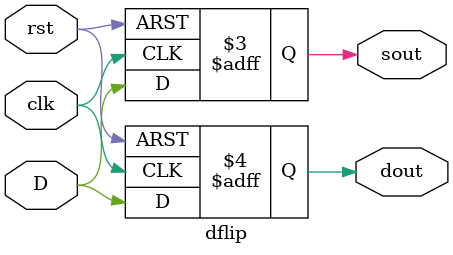
<source format=v>
`timescale 1ns / 1ps



module dflip(
input D,
    input clk,
    input rst,
    output reg sout,
    output reg dout
    );

always @(posedge(clk), posedge(rst))
begin
   if (rst == 1)
   begin
       sout <= 1'b0;	// Q is reset to 0
       dout <= 1'b0;
   end
   else
   begin
       sout <= D;
       dout <= D;
   end
end
    
endmodule
</source>
